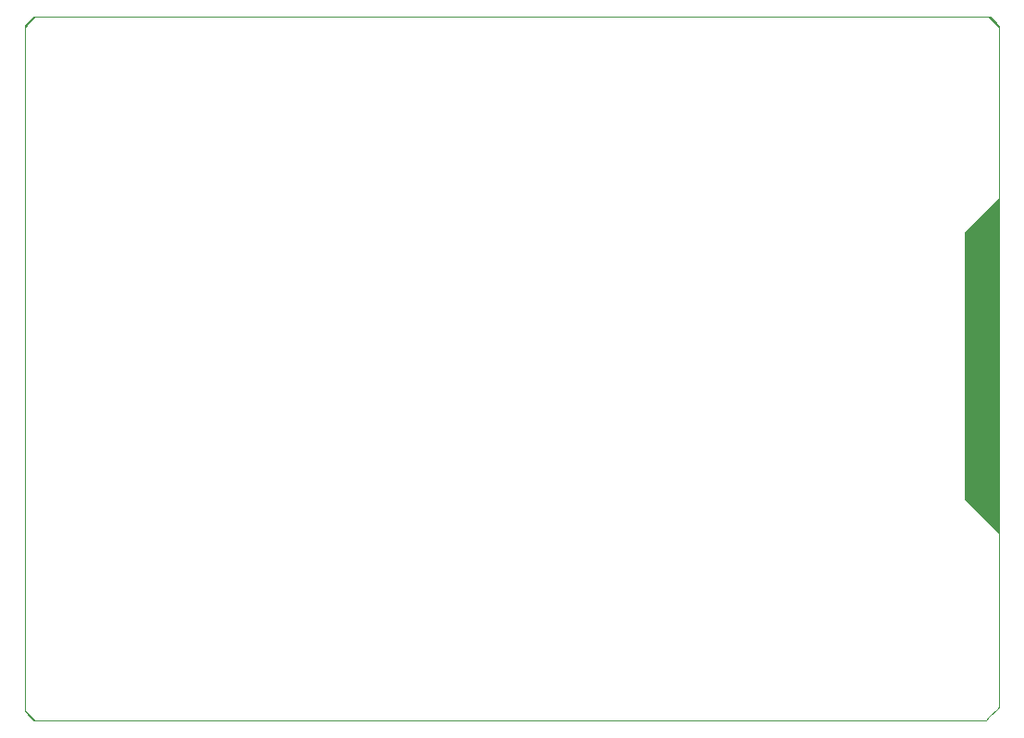
<source format=gbr>
%TF.GenerationSoftware,Altium Limited,Altium Designer,25.3.3 (18)*%
G04 Layer_Color=0*
%FSLAX45Y45*%
%MOMM*%
%TF.SameCoordinates,C60B5D50-6102-498E-8A7F-52ABF2EF578F*%
%TF.FilePolarity,Positive*%
%TF.FileFunction,Profile,NP*%
%TF.Part,Single*%
G01*
G75*
%TA.AperFunction,Profile*%
%ADD96C,0.02540*%
G36*
X5922500Y4260000D02*
X5822500Y4360000D01*
X5817500D01*
Y4340000D01*
X5897500Y4260000D01*
X5897500D01*
X5922500D01*
D02*
G37*
G36*
X14660001Y10697500D02*
X14632500D01*
X14739999Y10590000D01*
Y10617500D01*
X14660001Y10697500D01*
D02*
G37*
G36*
X5817500Y10617500D02*
X5845000D01*
X5817500Y10590000D01*
Y10617500D01*
D02*
G37*
G36*
X5925000Y10697500D02*
X5845000Y10617500D01*
X5817500D01*
X5897500Y10697500D01*
X5925000D01*
D02*
G37*
G36*
X14422501Y6283032D02*
Y8725000D01*
X14742551Y9045052D01*
X14422501Y6283032D01*
D02*
G37*
G36*
X14739999Y9042500D02*
X14420032Y6279969D01*
X14739999Y5960000D01*
Y9042500D01*
D02*
G37*
D96*
X5817500Y4340000D02*
X5897474Y4260026D01*
X14615025D01*
X14645000Y4290000D01*
X14724974Y4369974D01*
X14739973Y4384974D01*
Y10617526D01*
X14660001Y10697500D01*
X5897500D01*
X5817500Y10617500D01*
Y4340000D01*
%TF.MD5,bba89abfd46099cb4ccbb3740a35f0e9*%
M02*

</source>
